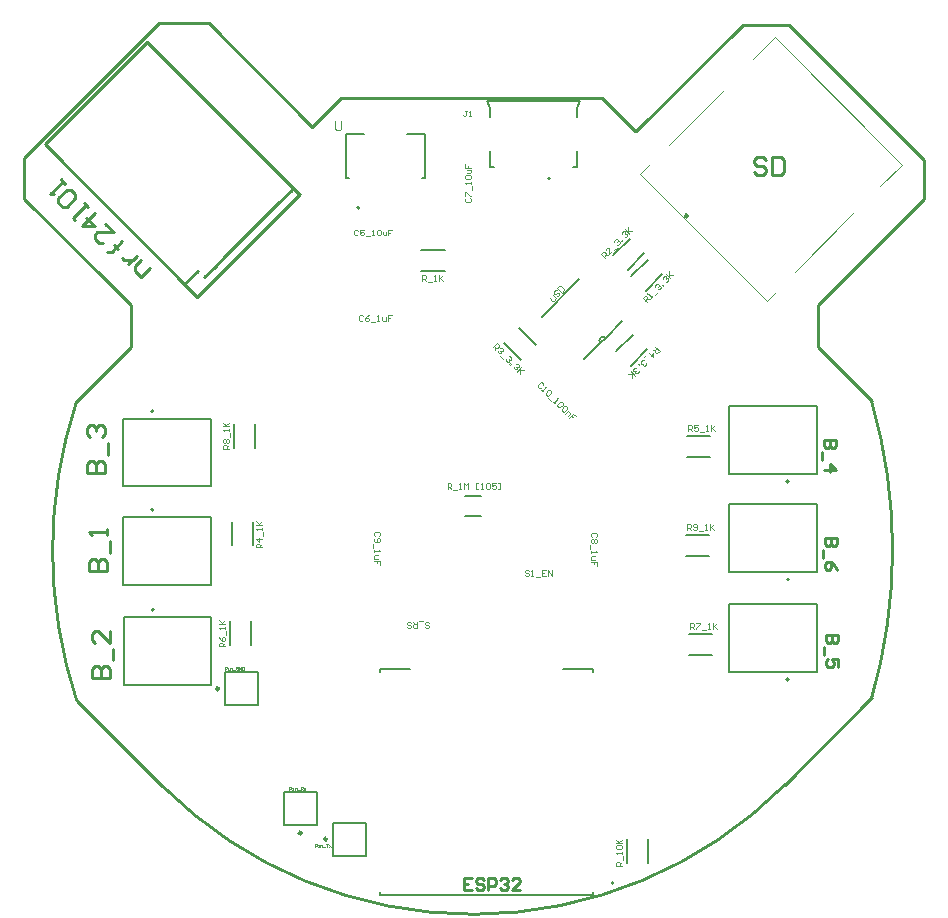
<source format=gbr>
%TF.GenerationSoftware,Altium Limited,Altium Designer,20.0.13 (296)*%
G04 Layer_Color=65535*
%FSLAX45Y45*%
%MOMM*%
%TF.FileFunction,Legend,Top*%
%TF.Part,Single*%
G01*
G75*
%TA.AperFunction,NonConductor*%
%ADD65C,0.20000*%
%ADD66C,0.12700*%
%ADD67C,0.10000*%
%ADD90C,0.25000*%
%ADD91C,0.15240*%
%ADD92C,0.25400*%
%ADD93C,0.02540*%
%ADD94C,0.12540*%
D65*
X13091000Y8770300D02*
G03*
X13091000Y8770300I-10000J0D01*
G01*
X13094080Y7940560D02*
G03*
X13094080Y7940560I-10000J0D01*
G01*
X13091000Y7093900D02*
G03*
X13091000Y7093900I-10000J0D01*
G01*
X7710740Y9365300D02*
G03*
X7710740Y9365300I-10000J0D01*
G01*
X7710200Y8529640D02*
G03*
X7710200Y8529640I-10000J0D01*
G01*
X7715280Y7683820D02*
G03*
X7715280Y7683820I-10000J0D01*
G01*
X11607405Y5371540D02*
G03*
X11607405Y5371540I-10000J0D01*
G01*
X11070260Y11335000D02*
G03*
X11070260Y11335000I-10000J0D01*
G01*
X9455860Y11086680D02*
G03*
X9455860Y11086680I-10000J0D01*
G01*
X8318200Y6875480D02*
X8598200D01*
X8598200Y6875480D02*
Y7155480D01*
X8318200D02*
X8598200D01*
X8318200Y6875480D02*
Y7155480D01*
X10540260Y11990000D02*
X10560260Y11936000D01*
X10540260Y11990000D02*
X11320260D01*
X10560260Y11435000D02*
X10595260D01*
X10560260D02*
Y11570000D01*
X11300260Y11936000D02*
X11320260Y11990000D01*
X11300260Y11860000D02*
Y11936000D01*
X11265260Y11435000D02*
X11300260D01*
Y11570000D01*
X10560260Y11860000D02*
Y11936000D01*
X8813500Y5859480D02*
X9093500D01*
X8813500Y5859480D02*
Y6139480D01*
X9093500D01*
X9093500Y5859480D02*
Y6139480D01*
X9234480Y5602280D02*
Y5882280D01*
X9234480Y5882280D02*
X9514480D01*
Y5602280D02*
Y5882280D01*
X9234480Y5602280D02*
X9514480D01*
D66*
X12586000Y8832800D02*
X13325999D01*
Y9407800D01*
X12586000D02*
X13325999D01*
X12586000Y8832800D02*
Y9407800D01*
X12589080Y8003060D02*
X13329080D01*
Y8578060D01*
X12589080D02*
X13329080D01*
X12589080Y8003060D02*
Y8578060D01*
X12586000Y7156400D02*
X13325999D01*
Y7731400D01*
X12586000D02*
X13325999D01*
X12586000Y7156400D02*
Y7731400D01*
X7455740Y9302800D02*
X8195740D01*
X7455740Y8727800D02*
Y9302800D01*
Y8727800D02*
X8195740D01*
Y9302800D01*
X7455200Y8467140D02*
X8195200D01*
X7455200Y7892140D02*
Y8467140D01*
Y7892140D02*
X8195200D01*
Y8467140D01*
X7460280Y7621320D02*
X8200280D01*
X7460280Y7046320D02*
Y7621320D01*
Y7046320D02*
X8200280D01*
Y7621320D01*
X11432405Y5265540D02*
Y5295540D01*
X9632405Y5265540D02*
X11432405D01*
X9632405D02*
Y5295540D01*
X11432405Y7155540D02*
Y7185540D01*
X11181405D02*
X11432405D01*
X9632405D02*
X9883405D01*
X9632405Y7155540D02*
Y7185540D01*
X9338860Y11337980D02*
Y11709980D01*
X10010860Y11337980D02*
Y11709980D01*
X9338860Y11337980D02*
X9364860D01*
X9985860D02*
X10010860D01*
X9861860Y11709980D02*
X10010860D01*
X9338860D02*
X9498860D01*
X10351400Y8644800D02*
X10485401Y8644800D01*
X10351400Y8474800D02*
X10485400Y8474800D01*
X11752422Y9746957D02*
X11893843Y9888378D01*
X11626557Y9872822D02*
X11767978Y10014243D01*
X10807542Y10067583D02*
X10948963Y9926162D01*
X10681677Y9941718D02*
X10823098Y9800297D01*
X11879422Y10381957D02*
X12020843Y10523378D01*
X11753557Y10507822D02*
X11894978Y10649243D01*
X11727022Y10559757D02*
X11868443Y10701178D01*
X11601157Y10685622D02*
X11742578Y10827043D01*
X8376820Y8428660D02*
X8376820Y8228660D01*
X8554820Y8428660D02*
X8554820Y8228660D01*
X8392060Y9056700D02*
Y9256700D01*
X8570060Y9056700D02*
Y9256700D01*
X8359040Y7585380D02*
X8359040Y7385380D01*
X8537040Y7585380D02*
X8537040Y7385380D01*
X12227100Y9156800D02*
X12427100D01*
X12227100Y8978800D02*
X12427100D01*
X12244400Y7480400D02*
X12444400Y7480400D01*
X12244400Y7302400D02*
X12444400Y7302400D01*
X12219000Y8318600D02*
X12419000D01*
X12219000Y8140600D02*
X12419000D01*
X9976660Y10551060D02*
X10176660D01*
X9976660Y10729060D02*
X10176660D01*
X11900000Y5538800D02*
Y5738800D01*
X11722000Y5538800D02*
Y5738800D01*
D67*
X12788912Y12344723D02*
X12974368Y12530178D01*
X13866013Y11267622D02*
X14051469Y11453080D01*
X12974368Y12530178D02*
X14051469Y11453080D01*
X13140715Y10546922D02*
X13635690Y11041896D01*
X12907372Y10299434D02*
X12985152Y10377216D01*
X11832568Y11374236D02*
X12907372Y10299434D01*
X12072984Y11614652D02*
X12539675Y12081343D01*
X11832568Y11374236D02*
X11917421Y11459089D01*
X10202039Y8704074D02*
Y8754057D01*
X10227031D01*
X10235362Y8745727D01*
Y8729065D01*
X10227031Y8720735D01*
X10202039D01*
X10218700D02*
X10235362Y8704074D01*
X10252023Y8695743D02*
X10285345D01*
X10302006Y8704074D02*
X10318667D01*
X10310337D01*
Y8754057D01*
X10302006Y8745727D01*
X10343660Y8704074D02*
Y8754057D01*
X10360321Y8737396D01*
X10376982Y8754057D01*
Y8704074D01*
X10460288D02*
X10443627D01*
Y8754057D01*
X10460288D01*
X10485280Y8704074D02*
X10501941D01*
X10493611D01*
Y8754057D01*
X10485280Y8745727D01*
X10526933D02*
X10535264Y8754057D01*
X10551925D01*
X10560256Y8745727D01*
Y8712404D01*
X10551925Y8704074D01*
X10535264D01*
X10526933Y8712404D01*
Y8745727D01*
X10610239Y8754057D02*
X10576917D01*
Y8729065D01*
X10593578Y8737396D01*
X10601909D01*
X10610239Y8729065D01*
Y8712404D01*
X10601909Y8704074D01*
X10585248D01*
X10576917Y8712404D01*
X10626901Y8704074D02*
X10643562D01*
Y8754057D01*
X10626901D01*
X9486007Y10173207D02*
X9477677Y10181537D01*
X9461016D01*
X9452685Y10173207D01*
Y10139884D01*
X9461016Y10131554D01*
X9477677D01*
X9486007Y10139884D01*
X9535991Y10181537D02*
X9519330Y10173207D01*
X9502669Y10156545D01*
Y10139884D01*
X9510999Y10131554D01*
X9527660D01*
X9535991Y10139884D01*
Y10148215D01*
X9527660Y10156545D01*
X9502669D01*
X9552652Y10123223D02*
X9585975D01*
X9602636Y10131554D02*
X9619297D01*
X9610967D01*
Y10181537D01*
X9602636Y10173207D01*
X9644289Y10164876D02*
Y10139884D01*
X9652620Y10131554D01*
X9677612D01*
Y10164876D01*
X9727595Y10181537D02*
X9694273D01*
Y10156545D01*
X9710934D01*
X9694273D01*
Y10131554D01*
X9443236Y10894567D02*
X9434905Y10902897D01*
X9418244D01*
X9409913Y10894567D01*
Y10861244D01*
X9418244Y10852914D01*
X9434905D01*
X9443236Y10861244D01*
X9493219Y10902897D02*
X9459897D01*
Y10877905D01*
X9476558Y10886236D01*
X9484889D01*
X9493219Y10877905D01*
Y10861244D01*
X9484889Y10852914D01*
X9468227D01*
X9459897Y10861244D01*
X9509880Y10844583D02*
X9543203D01*
X9559864Y10852914D02*
X9576525D01*
X9568195D01*
Y10902897D01*
X9559864Y10894567D01*
X9601517D02*
X9609848Y10902897D01*
X9626509D01*
X9634840Y10894567D01*
Y10861244D01*
X9626509Y10852914D01*
X9609848D01*
X9601517Y10861244D01*
Y10894567D01*
X9651501Y10886236D02*
Y10861244D01*
X9659832Y10852914D01*
X9684823D01*
Y10886236D01*
X9734807Y10902897D02*
X9701485D01*
Y10877905D01*
X9718146D01*
X9701485D01*
Y10852914D01*
X12231937Y8361174D02*
Y8411157D01*
X12256928D01*
X12265259Y8402827D01*
Y8386165D01*
X12256928Y8377835D01*
X12231937D01*
X12248598D02*
X12265259Y8361174D01*
X12281920Y8369504D02*
X12290251Y8361174D01*
X12306912D01*
X12315243Y8369504D01*
Y8402827D01*
X12306912Y8411157D01*
X12290251D01*
X12281920Y8402827D01*
Y8394496D01*
X12290251Y8386165D01*
X12315243D01*
X12331904Y8352843D02*
X12365226D01*
X12381888Y8361174D02*
X12398549D01*
X12390218D01*
Y8411157D01*
X12381888Y8402827D01*
X12423541Y8411157D02*
Y8361174D01*
Y8377835D01*
X12456863Y8411157D01*
X12431872Y8386165D01*
X12456863Y8361174D01*
X8349486Y9044237D02*
X8299503D01*
Y9069229D01*
X8307833Y9077559D01*
X8324494D01*
X8332825Y9069229D01*
Y9044237D01*
Y9060898D02*
X8349486Y9077559D01*
X8307833Y9094221D02*
X8299503Y9102551D01*
Y9119212D01*
X8307833Y9127543D01*
X8316164D01*
X8324494Y9119212D01*
X8332825Y9127543D01*
X8341156D01*
X8349486Y9119212D01*
Y9102551D01*
X8341156Y9094221D01*
X8332825D01*
X8324494Y9102551D01*
X8316164Y9094221D01*
X8307833D01*
X8324494Y9102551D02*
Y9119212D01*
X8357817Y9144204D02*
Y9177527D01*
X8349486Y9194188D02*
Y9210849D01*
Y9202519D01*
X8299503D01*
X8307833Y9194188D01*
X8299503Y9235841D02*
X8349486D01*
X8332825D01*
X8299503Y9269164D01*
X8324494Y9244172D01*
X8349486Y9269164D01*
X12257337Y7522974D02*
Y7572957D01*
X12282328D01*
X12290659Y7564627D01*
Y7547965D01*
X12282328Y7539635D01*
X12257337D01*
X12273998D02*
X12290659Y7522974D01*
X12307320Y7572957D02*
X12340643D01*
Y7564627D01*
X12307320Y7531304D01*
Y7522974D01*
X12357304Y7514643D02*
X12390626D01*
X12407288Y7522974D02*
X12423949D01*
X12415618D01*
Y7572957D01*
X12407288Y7564627D01*
X12448941Y7572957D02*
Y7522974D01*
Y7539635D01*
X12482263Y7572957D01*
X12457272Y7547965D01*
X12482263Y7522974D01*
X8316466Y7372917D02*
X8266482D01*
Y7397908D01*
X8274813Y7406239D01*
X8291474D01*
X8299805Y7397908D01*
Y7372917D01*
Y7389578D02*
X8316466Y7406239D01*
X8266482Y7456223D02*
X8274813Y7439561D01*
X8291474Y7422900D01*
X8308135D01*
X8316466Y7431231D01*
Y7447892D01*
X8308135Y7456223D01*
X8299805D01*
X8291474Y7447892D01*
Y7422900D01*
X8324796Y7472884D02*
Y7506206D01*
X8316466Y7522868D02*
Y7539529D01*
Y7531198D01*
X8266482D01*
X8274813Y7522868D01*
X8266482Y7564521D02*
X8316466D01*
X8299805D01*
X8266482Y7597843D01*
X8291474Y7572852D01*
X8316466Y7597843D01*
X12240037Y9199374D02*
Y9249357D01*
X12265029D01*
X12273359Y9241027D01*
Y9224365D01*
X12265029Y9216035D01*
X12240037D01*
X12256698D02*
X12273359Y9199374D01*
X12323343Y9249357D02*
X12290020D01*
Y9224365D01*
X12306682Y9232696D01*
X12315012D01*
X12323343Y9224365D01*
Y9207704D01*
X12315012Y9199374D01*
X12298351D01*
X12290020Y9207704D01*
X12340004Y9191043D02*
X12373327D01*
X12389988Y9199374D02*
X12406649D01*
X12398318D01*
Y9249357D01*
X12389988Y9241027D01*
X12431641Y9249357D02*
Y9199374D01*
Y9216035D01*
X12464963Y9249357D01*
X12439972Y9224365D01*
X12464963Y9199374D01*
X8633966Y8211117D02*
X8583983D01*
Y8236109D01*
X8592313Y8244439D01*
X8608974D01*
X8617305Y8236109D01*
Y8211117D01*
Y8227778D02*
X8633966Y8244439D01*
Y8286092D02*
X8583983D01*
X8608974Y8261101D01*
Y8294423D01*
X8642297Y8311084D02*
Y8344407D01*
X8633966Y8361068D02*
Y8377729D01*
Y8369399D01*
X8583983D01*
X8592313Y8361068D01*
X8583983Y8402721D02*
X8633966D01*
X8617305D01*
X8583983Y8436044D01*
X8608974Y8411052D01*
X8633966Y8436044D01*
X11961941Y9908594D02*
X11997285Y9873250D01*
X11979613Y9855578D01*
X11967832Y9855578D01*
X11956050Y9867359D01*
Y9879141D01*
X11973722Y9896813D01*
X11961941Y9885032D02*
X11938378Y9885031D01*
X11908925Y9855578D02*
X11944269Y9820234D01*
Y9855578D01*
X11920706Y9832016D01*
X11885363Y9843797D02*
X11861800Y9820234D01*
X11885363Y9773109D02*
X11885363Y9761328D01*
X11873581Y9749547D01*
X11861800Y9749547D01*
X11855909Y9755437D01*
Y9767219D01*
X11861800Y9773109D01*
X11855909Y9767219D01*
X11844128D01*
X11838237Y9773109D01*
Y9784891D01*
X11850019Y9796672D01*
X11861800D01*
X11820566Y9767219D02*
X11826456Y9761328D01*
X11820566Y9755437D01*
X11814675Y9761328D01*
X11820566Y9767219D01*
Y9708312D02*
X11820565Y9696531D01*
X11808784Y9684750D01*
X11797003D01*
X11791112Y9690640D01*
Y9702422D01*
X11797003Y9708312D01*
X11791112Y9702422D01*
X11779331D01*
X11773441Y9708312D01*
Y9720094D01*
X11785222Y9731875D01*
X11797003D01*
X11791112Y9667078D02*
X11755769Y9702422D01*
X11767550Y9690641D01*
Y9643515D01*
Y9678859D01*
X11732206D01*
X10584126Y9907081D02*
X10619470Y9942425D01*
X10637142Y9924753D01*
X10637142Y9912972D01*
X10625361Y9901190D01*
X10613579D01*
X10595908Y9918862D01*
X10607689Y9907081D02*
X10607689Y9883518D01*
X10648923Y9901190D02*
X10660705Y9901190D01*
X10672486Y9889409D01*
Y9877628D01*
X10666595Y9871737D01*
X10654814D01*
X10648923Y9877628D01*
X10654814Y9871737D01*
Y9859956D01*
X10648923Y9854065D01*
X10637142D01*
X10625361Y9865846D01*
Y9877628D01*
X10648923Y9830503D02*
X10672486Y9806940D01*
X10719611Y9830503D02*
X10731392Y9830503D01*
X10743173Y9818721D01*
X10743174Y9806940D01*
X10737283Y9801049D01*
X10725502D01*
X10719611Y9806940D01*
X10725502Y9801049D01*
Y9789268D01*
X10719611Y9783377D01*
X10707830D01*
X10696048Y9795159D01*
Y9806940D01*
X10725502Y9765706D02*
X10731392Y9771596D01*
X10737283Y9765706D01*
X10731392Y9759815D01*
X10725502Y9765706D01*
X10784408D02*
X10796189Y9765705D01*
X10807971Y9753924D01*
Y9742143D01*
X10802080Y9736252D01*
X10790298D01*
X10784408Y9742143D01*
X10790298Y9736252D01*
Y9724471D01*
X10784408Y9718581D01*
X10772627D01*
X10760845Y9730362D01*
Y9742143D01*
X10825642Y9736252D02*
X10790298Y9700909D01*
X10802080Y9712690D01*
X10849205D01*
X10813861D01*
Y9677346D01*
X11535876Y10662589D02*
X11500532Y10697933D01*
X11518205Y10715605D01*
X11529986Y10715605D01*
X11541767Y10703823D01*
Y10692042D01*
X11524095Y10674370D01*
X11535876Y10686151D02*
X11559439Y10686152D01*
X11594783Y10721495D02*
X11571220Y10697933D01*
Y10745058D01*
X11565329Y10750949D01*
X11553548D01*
X11541767Y10739167D01*
X11541767Y10727386D01*
X11612455D02*
X11636017Y10750949D01*
X11612454Y10798074D02*
X11612455Y10809855D01*
X11624236Y10821636D01*
X11636017Y10821636D01*
X11641908Y10815745D01*
Y10803964D01*
X11636017Y10798073D01*
X11641908Y10803964D01*
X11653689D01*
X11659580Y10798074D01*
Y10786292D01*
X11647798Y10774511D01*
X11636017D01*
X11677251Y10803964D02*
X11671361Y10809855D01*
X11677251Y10815745D01*
X11683142Y10809855D01*
X11677251Y10803964D01*
Y10862871D02*
X11677252Y10874652D01*
X11689033Y10886433D01*
X11700814D01*
X11706705Y10880543D01*
Y10868761D01*
X11700814Y10862871D01*
X11706705Y10868761D01*
X11718486D01*
X11724377Y10862871D01*
Y10851089D01*
X11712595Y10839308D01*
X11700814D01*
X11706705Y10904105D02*
X11742048Y10868761D01*
X11730267Y10880542D01*
Y10927668D01*
Y10892324D01*
X11765611D01*
X11888787Y10290168D02*
X11853443Y10325512D01*
X11871115Y10343184D01*
X11882896Y10343184D01*
X11894678Y10331403D01*
Y10319621D01*
X11877006Y10301950D01*
X11888787Y10313731D02*
X11912350Y10313731D01*
X11924131Y10325512D02*
X11935912Y10337293D01*
X11930022Y10331403D01*
X11894678Y10366747D01*
X11894678Y10354965D01*
X11959475Y10349075D02*
X11983038Y10372637D01*
X11959475Y10419762D02*
X11959475Y10431544D01*
X11971256Y10443325D01*
X11983037Y10443325D01*
X11988928Y10437434D01*
Y10425653D01*
X11983037Y10419762D01*
X11988928Y10425653D01*
X12000710D01*
X12006600Y10419762D01*
Y10407981D01*
X11994819Y10396200D01*
X11983037D01*
X12024272Y10425653D02*
X12018381Y10431544D01*
X12024272Y10437434D01*
X12030163Y10431544D01*
X12024272Y10425653D01*
Y10484559D02*
X12024272Y10496341D01*
X12036053Y10508122D01*
X12047834D01*
X12053725Y10502231D01*
Y10490450D01*
X12047834Y10484559D01*
X12053725Y10490450D01*
X12065506D01*
X12071397Y10484559D01*
Y10472778D01*
X12059616Y10460997D01*
X12047834D01*
X12053725Y10525794D02*
X12089069Y10490450D01*
X12077288Y10502231D01*
Y10549356D01*
Y10514012D01*
X12112631D01*
X11013833Y9585221D02*
X11013832Y9597002D01*
X11002051Y9608783D01*
X10990270Y9608783D01*
X10966708Y9585221D01*
Y9573439D01*
X10978489Y9561658D01*
X10990270D01*
X10996161Y9543986D02*
X11007942Y9532205D01*
X11002051Y9538095D01*
X11037395Y9573439D01*
X11025614Y9573439D01*
X11055067Y9543986D02*
X11066848D01*
X11078630Y9532205D01*
Y9520423D01*
X11055067Y9496861D01*
X11043286D01*
X11031504Y9508642D01*
Y9520423D01*
X11055067Y9543986D01*
X11055067Y9473298D02*
X11078630Y9449736D01*
X11096301Y9443845D02*
X11108083Y9432064D01*
X11102192Y9437954D01*
X11137536Y9473298D01*
X11125755Y9473299D01*
X11155208Y9443845D02*
X11166989Y9443845D01*
X11178770Y9432064D01*
Y9420283D01*
X11155208Y9396720D01*
X11143427D01*
X11131645Y9408501D01*
Y9420283D01*
X11155208Y9443845D01*
X11190552Y9408501D02*
X11202333D01*
X11214114Y9396720D01*
X11214114Y9384939D01*
X11190552Y9361376D01*
X11178770D01*
X11166989Y9373158D01*
Y9384939D01*
X11190552Y9408501D01*
X11196442Y9343704D02*
X11220005Y9367267D01*
X11237677Y9349595D01*
Y9337814D01*
X11220005Y9320142D01*
X11290692D02*
X11267130Y9343704D01*
X11249458Y9326033D01*
X11261239Y9314251D01*
X11249458Y9326033D01*
X11231786Y9308361D01*
X10008314Y7535673D02*
X10016645Y7527343D01*
X10033306D01*
X10041637Y7535673D01*
Y7544004D01*
X10033306Y7552335D01*
X10016645D01*
X10008314Y7560665D01*
Y7568996D01*
X10016645Y7577326D01*
X10033306D01*
X10041637Y7568996D01*
X9991653Y7585657D02*
X9958330D01*
X9941669Y7577326D02*
Y7527343D01*
X9916677D01*
X9908347Y7535673D01*
Y7552335D01*
X9916677Y7560665D01*
X9941669D01*
X9925008D02*
X9908347Y7577326D01*
X9858363Y7535673D02*
X9866694Y7527343D01*
X9883355D01*
X9891686Y7535673D01*
Y7544004D01*
X9883355Y7552335D01*
X9866694D01*
X9858363Y7560665D01*
Y7568996D01*
X9866694Y7577326D01*
X9883355D01*
X9891686Y7568996D01*
X10893659Y8009127D02*
X10885328Y8017457D01*
X10868667D01*
X10860337Y8009127D01*
Y8000796D01*
X10868667Y7992465D01*
X10885328D01*
X10893659Y7984135D01*
Y7975804D01*
X10885328Y7967474D01*
X10868667D01*
X10860337Y7975804D01*
X10910320Y7967474D02*
X10926981D01*
X10918651D01*
Y8017457D01*
X10910320Y8009127D01*
X10951974Y7959143D02*
X10985296D01*
X11035280Y8017457D02*
X11001957D01*
Y7967474D01*
X11035280D01*
X11001957Y7992465D02*
X11018618D01*
X11051941Y7967474D02*
Y8017457D01*
X11085263Y7967474D01*
Y8017457D01*
X11679426Y5513637D02*
X11629443D01*
Y5538629D01*
X11637773Y5546959D01*
X11654434D01*
X11662765Y5538629D01*
Y5513637D01*
Y5530298D02*
X11679426Y5546959D01*
X11687757Y5563621D02*
Y5596943D01*
X11679426Y5613604D02*
Y5630265D01*
Y5621935D01*
X11629443D01*
X11637773Y5613604D01*
Y5655257D02*
X11629443Y5663588D01*
Y5680249D01*
X11637773Y5688580D01*
X11671096D01*
X11679426Y5680249D01*
Y5663588D01*
X11671096Y5655257D01*
X11637773D01*
X11629443Y5705241D02*
X11679426D01*
X11662765D01*
X11629443Y5738564D01*
X11654434Y5713572D01*
X11679426Y5738564D01*
X9989189Y10466834D02*
Y10516817D01*
X10014180D01*
X10022511Y10508487D01*
Y10491825D01*
X10014180Y10483495D01*
X9989189D01*
X10005850D02*
X10022511Y10466834D01*
X10039172Y10458503D02*
X10072495D01*
X10089156Y10466834D02*
X10105817D01*
X10097487D01*
Y10516817D01*
X10089156Y10508487D01*
X10130809Y10516817D02*
Y10466834D01*
Y10483495D01*
X10164132Y10516817D01*
X10139140Y10491825D01*
X10164132Y10466834D01*
X9622027Y8308333D02*
X9630357Y8316663D01*
Y8333324D01*
X9622027Y8341655D01*
X9588704D01*
X9580374Y8333324D01*
Y8316663D01*
X9588704Y8308333D01*
Y8291672D02*
X9580374Y8283341D01*
Y8266680D01*
X9588704Y8258349D01*
X9622027D01*
X9630357Y8266680D01*
Y8283341D01*
X9622027Y8291672D01*
X9613696D01*
X9605365Y8283341D01*
Y8258349D01*
X9572043Y8241688D02*
Y8208365D01*
X9580374Y8191704D02*
Y8175043D01*
Y8183374D01*
X9630357D01*
X9622027Y8191704D01*
X9613696Y8150051D02*
X9588704D01*
X9580374Y8141720D01*
Y8116728D01*
X9613696D01*
X9630357Y8066745D02*
Y8100067D01*
X9605365D01*
Y8083406D01*
Y8100067D01*
X9580374D01*
X11455906Y8299812D02*
X11464237Y8308143D01*
Y8324804D01*
X11455906Y8333135D01*
X11422584D01*
X11414253Y8324804D01*
Y8308143D01*
X11422584Y8299812D01*
X11455906Y8283151D02*
X11464237Y8274821D01*
Y8258160D01*
X11455906Y8249829D01*
X11447576D01*
X11439245Y8258160D01*
X11430914Y8249829D01*
X11422584D01*
X11414253Y8258160D01*
Y8274821D01*
X11422584Y8283151D01*
X11430914D01*
X11439245Y8274821D01*
X11447576Y8283151D01*
X11455906D01*
X11439245Y8274821D02*
Y8258160D01*
X11405923Y8233168D02*
Y8199845D01*
X11414253Y8183184D02*
Y8166523D01*
Y8174853D01*
X11464237D01*
X11455906Y8183184D01*
X11447576Y8141531D02*
X11422584D01*
X11414253Y8133200D01*
Y8108208D01*
X11447576D01*
X11464237Y8058225D02*
Y8091547D01*
X11439245D01*
Y8074886D01*
Y8091547D01*
X11414253D01*
X10355073Y11169695D02*
X10346743Y11161365D01*
Y11144704D01*
X10355073Y11136373D01*
X10388396D01*
X10396726Y11144704D01*
Y11161365D01*
X10388396Y11169695D01*
X10346743Y11186357D02*
Y11219679D01*
X10355073D01*
X10388396Y11186357D01*
X10396726D01*
X10405057Y11236340D02*
Y11269663D01*
X10396726Y11286324D02*
Y11302985D01*
Y11294655D01*
X10346743D01*
X10355073Y11286324D01*
Y11327977D02*
X10346743Y11336308D01*
Y11352969D01*
X10355073Y11361300D01*
X10388396D01*
X10396726Y11352969D01*
Y11336308D01*
X10388396Y11327977D01*
X10355073D01*
X10363404Y11377961D02*
X10388396D01*
X10396726Y11386291D01*
Y11411283D01*
X10363404D01*
X10346743Y11461267D02*
Y11427944D01*
X10371735D01*
Y11444606D01*
Y11427944D01*
X10396726D01*
D90*
X8265700Y7015480D02*
G03*
X8265700Y7015480I-12500J0D01*
G01*
X8966000Y5794480D02*
G03*
X8966000Y5794480I-12500J0D01*
G01*
X9181980Y5742280D02*
G03*
X9181980Y5742280I-12500J0D01*
G01*
X12236858Y11017766D02*
G03*
X12236858Y11017766I-12500J0D01*
G01*
D91*
X11539718Y9986707D02*
G03*
X11496613Y9943602I-21553J-21553D01*
G01*
X11539718Y9986708D02*
X11678014Y10125003D01*
X11496612Y9943602D02*
X11539718Y9986708D01*
X11358317Y9805306D02*
X11496612Y9943602D01*
X10999106Y10164517D02*
X11318803Y10484214D01*
D92*
X7787758Y6191670D02*
G03*
X13059306Y6202690I2630265J2641284D01*
G01*
X13792215Y6934185D02*
G03*
X13792215Y9448785I-4356488J1257300D01*
G01*
X7061200Y9448800D02*
G03*
X7062430Y6913548I3840667J-1265763D01*
G01*
X6790227Y11624195D02*
X7656716Y12490684D01*
X6790227Y11624195D02*
X8081263Y10333159D01*
X8230335Y10589995D02*
X8320138Y10679798D01*
X8140518Y10500179D02*
X8230321Y10589981D01*
X7973499Y10440923D02*
X8086637Y10554060D01*
X8320138Y10679798D02*
X8409940Y10769600D01*
X8499742Y10859403D01*
X8589545Y10949205D01*
X8679348Y11039008D01*
X8769150Y11128810D01*
X7656716Y12490684D02*
X8947468Y11199931D01*
X7972741Y10440733D02*
X8085878Y10553870D01*
X8769150Y11128810D02*
X8882287Y11241947D01*
X8081263Y10333159D02*
X8948755Y11200652D01*
X13792204Y6934175D02*
X13792215Y6934185D01*
X13790791Y6934175D02*
X13792204D01*
X13059306Y6202690D02*
X13790791Y6934175D01*
X7061200Y9448800D02*
X7518400Y9906000D01*
X13335001D02*
X13792215Y9448785D01*
X13335001Y9906000D02*
Y10261600D01*
X7518400Y9906000D02*
Y10261600D01*
X7065225Y6912825D02*
X7787758Y6191670D01*
X7315180Y10464820D02*
X7518400Y10261600D01*
X6616700Y11163300D02*
X7315180Y10464820D01*
X6616700Y11163300D02*
Y11176000D01*
Y11506200D01*
X7759667Y12649167D01*
X7759700Y12649200D02*
X7772400D01*
X8178800D01*
X13093700Y12636500D02*
X14236700Y11493500D01*
Y11163300D02*
Y11493500D01*
X12700000Y12636500D02*
X13093700D01*
X13335001Y10261600D02*
X14236700Y11163300D01*
X11798300Y11734800D02*
X12700000Y12636500D01*
X11785600Y11734800D02*
X11798300D01*
X11506200Y12014200D02*
X11785600Y11734800D01*
X9296400Y12014200D02*
X11506200D01*
X9055100Y11772900D02*
X9296400Y12014200D01*
X8178800Y12649200D02*
X9055100Y11772900D01*
X10409821Y5410184D02*
X10342110D01*
Y5308617D01*
X10409821D01*
X10342110Y5359400D02*
X10375966D01*
X10511388Y5393256D02*
X10494461Y5410184D01*
X10460605D01*
X10443677Y5393256D01*
Y5376328D01*
X10460605Y5359400D01*
X10494461D01*
X10511388Y5342472D01*
Y5325544D01*
X10494461Y5308617D01*
X10460605D01*
X10443677Y5325544D01*
X10545244Y5308617D02*
Y5410184D01*
X10596028D01*
X10612956Y5393256D01*
Y5359400D01*
X10596028Y5342472D01*
X10545244D01*
X10646812Y5393256D02*
X10663739Y5410184D01*
X10697595D01*
X10714523Y5393256D01*
Y5376328D01*
X10697595Y5359400D01*
X10680667D01*
X10697595D01*
X10714523Y5342472D01*
Y5325544D01*
X10697595Y5308617D01*
X10663739D01*
X10646812Y5325544D01*
X10816090Y5308617D02*
X10748379D01*
X10816090Y5376328D01*
Y5393256D01*
X10799162Y5410184D01*
X10765307D01*
X10748379Y5393256D01*
X7680073Y10573415D02*
X7608254Y10501597D01*
X7554390Y10555461D01*
Y10591370D01*
X7608254Y10645234D01*
X7500526Y10609325D02*
X7572345Y10681144D01*
X7536435Y10645234D01*
X7500526D01*
X7464616D01*
X7446662Y10663189D01*
Y10806827D02*
X7356888Y10717053D01*
X7392798Y10752962D01*
X7410752Y10735008D01*
X7374843Y10770917D01*
X7392798Y10752962D01*
X7356888Y10717053D01*
X7320979Y10717053D01*
X7303024Y10950464D02*
X7374843Y10878646D01*
X7231205D01*
X7213250Y10860691D01*
Y10824781D01*
X7249160Y10788872D01*
X7285070D01*
X7213250Y11040238D02*
X7105522Y10932510D01*
X7213250D01*
X7141432Y11004329D01*
X7159386Y11094102D02*
X7123477Y11130011D01*
X7141432Y11112057D01*
X7033703Y11004329D01*
X7051658Y10986374D01*
X6979839Y11094102D02*
X6943930D01*
X6908020Y11130011D01*
Y11165921D01*
X6979839Y11237740D01*
X7015749D01*
X7051658Y11201830D01*
Y11165921D01*
X6979839Y11094102D01*
X6961885Y11291604D02*
X6925975Y11327513D01*
X6943930Y11309558D01*
X6836202Y11201830D01*
X6872111D01*
X13498389Y8288823D02*
X13396822D01*
Y8238039D01*
X13413748Y8221111D01*
X13430676D01*
X13447604Y8238039D01*
Y8288823D01*
Y8238039D01*
X13464532Y8221111D01*
X13481461D01*
X13498389Y8238039D01*
Y8288823D01*
X13379893Y8187255D02*
Y8119544D01*
X13498389Y8017977D02*
X13481461Y8051833D01*
X13447604Y8085688D01*
X13413748D01*
X13396822Y8068760D01*
Y8034905D01*
X13413748Y8017977D01*
X13430676D01*
X13447604Y8034905D01*
Y8085688D01*
X13506007Y7473483D02*
X13404440D01*
Y7422699D01*
X13421368Y7405771D01*
X13438297D01*
X13455225Y7422699D01*
Y7473483D01*
Y7422699D01*
X13472153Y7405771D01*
X13489079D01*
X13506007Y7422699D01*
Y7473483D01*
X13387514Y7371915D02*
Y7304204D01*
X13506007Y7202637D02*
Y7270348D01*
X13455225D01*
X13472153Y7236493D01*
Y7219565D01*
X13455225Y7202637D01*
X13421368D01*
X13404440Y7219565D01*
Y7253420D01*
X13421368Y7270348D01*
X13488228Y9121943D02*
X13386661D01*
Y9071159D01*
X13403587Y9054231D01*
X13420515D01*
X13437444Y9071159D01*
Y9121943D01*
Y9071159D01*
X13454372Y9054231D01*
X13471300D01*
X13488228Y9071159D01*
Y9121943D01*
X13369733Y9020375D02*
Y8952664D01*
X13386661Y8868025D02*
X13488228D01*
X13437444Y8918808D01*
Y8851097D01*
X7147589Y8839266D02*
X7299939D01*
Y8915441D01*
X7274548Y8940833D01*
X7249156D01*
X7223764Y8915441D01*
Y8839266D01*
Y8915441D01*
X7198372Y8940833D01*
X7172981D01*
X7147589Y8915441D01*
Y8839266D01*
X7325331Y8991617D02*
Y9093184D01*
X7172981Y9143967D02*
X7147589Y9169359D01*
Y9220143D01*
X7172981Y9245534D01*
X7198372D01*
X7223764Y9220143D01*
Y9194751D01*
Y9220143D01*
X7249156Y9245534D01*
X7274548D01*
X7299939Y9220143D01*
Y9169359D01*
X7274548Y9143967D01*
X7188229Y7101906D02*
X7340579D01*
Y7178081D01*
X7315188Y7203473D01*
X7289796D01*
X7264404Y7178081D01*
Y7101906D01*
Y7178081D01*
X7239012Y7203473D01*
X7213621D01*
X7188229Y7178081D01*
Y7101906D01*
X7365971Y7254257D02*
Y7355824D01*
X7340579Y7508174D02*
Y7406607D01*
X7239012Y7508174D01*
X7213621D01*
X7188229Y7482783D01*
Y7431999D01*
X7213621Y7406607D01*
X7167909Y8013758D02*
X7320259D01*
Y8089933D01*
X7294868Y8115325D01*
X7269476D01*
X7244084Y8089933D01*
Y8013758D01*
Y8089933D01*
X7218692Y8115325D01*
X7193301D01*
X7167909Y8089933D01*
Y8013758D01*
X7345651Y8166108D02*
Y8267676D01*
X7320259Y8318459D02*
Y8369243D01*
Y8343851D01*
X7167909D01*
X7193301Y8318459D01*
X12897377Y11488985D02*
X12871985Y11514377D01*
X12821201D01*
X12795810Y11488985D01*
Y11463593D01*
X12821201Y11438201D01*
X12871985D01*
X12897377Y11412810D01*
Y11387418D01*
X12871985Y11362026D01*
X12821201D01*
X12795810Y11387418D01*
X12948160Y11514377D02*
Y11362026D01*
X13024336D01*
X13049728Y11387418D01*
Y11488985D01*
X13024336Y11514377D01*
X12948160D01*
D93*
X8314717Y7177620D02*
Y7203012D01*
X8327413D01*
X8331645Y7198780D01*
Y7190316D01*
X8327413Y7186084D01*
X8314717D01*
X8340109Y7177620D02*
X8348573D01*
X8344340D01*
Y7194548D01*
X8340109D01*
X8361268Y7177620D02*
Y7194548D01*
X8373964D01*
X8378196Y7190316D01*
Y7177620D01*
X8386660Y7173388D02*
X8403588D01*
X8428980Y7198780D02*
X8424748Y7203012D01*
X8416284D01*
X8412052Y7198780D01*
Y7181852D01*
X8416284Y7177620D01*
X8424748D01*
X8428980Y7181852D01*
Y7190316D01*
X8420516D01*
X8437444Y7177620D02*
Y7203012D01*
X8454372Y7177620D01*
Y7203012D01*
X8462836D02*
Y7177620D01*
X8475532D01*
X8479764Y7181852D01*
Y7198780D01*
X8475532Y7203012D01*
X8462836D01*
X10366641Y11910332D02*
X10349979D01*
X10358310D01*
Y11868679D01*
X10349979Y11860348D01*
X10341649D01*
X10333318Y11868679D01*
X10383302Y11860348D02*
X10399963D01*
X10391633D01*
Y11910332D01*
X10383302Y11902001D01*
X11069639Y10319986D02*
X11088159Y10301466D01*
X11100506D01*
X11119027Y10319986D01*
X11094333Y10344680D01*
X11125200Y10387893D02*
X11112853D01*
X11100506Y10375547D01*
Y10363200D01*
X11106680Y10357027D01*
X11119027D01*
X11131373Y10369373D01*
X11143720D01*
X11149893Y10363200D01*
Y10350853D01*
X11137547Y10338506D01*
X11125200D01*
X11131373Y10406414D02*
X11168414Y10369373D01*
X11186934Y10387893D01*
Y10400240D01*
X11162240Y10424934D01*
X11149893D01*
X11131373Y10406414D01*
X9080353Y5676647D02*
Y5701639D01*
X9092849D01*
X9097014Y5697473D01*
Y5689143D01*
X9092849Y5684977D01*
X9080353D01*
X9105345Y5676647D02*
X9113675D01*
X9109510D01*
Y5693308D01*
X9105345D01*
X9126171Y5676647D02*
Y5693308D01*
X9138667D01*
X9142832Y5689143D01*
Y5676647D01*
X9151163Y5672481D02*
X9167824D01*
X9176155Y5701639D02*
X9192816D01*
X9184485D01*
Y5676647D01*
X9201146Y5693308D02*
X9217808Y5676647D01*
X9209477Y5684977D01*
X9217808Y5693308D01*
X9201146Y5676647D01*
X8861913Y6161787D02*
Y6186779D01*
X8874409D01*
X8878574Y6182613D01*
Y6174283D01*
X8874409Y6170117D01*
X8861913D01*
X8886905Y6161787D02*
X8895235D01*
X8891070D01*
Y6178448D01*
X8886905D01*
X8907731Y6161787D02*
Y6178448D01*
X8920227D01*
X8924392Y6174283D01*
Y6161787D01*
X8932723Y6157621D02*
X8949384D01*
X8957715Y6161787D02*
Y6186779D01*
X8970211D01*
X8974376Y6182613D01*
Y6174283D01*
X8970211Y6170117D01*
X8957715D01*
X8966045D02*
X8974376Y6161787D01*
X8982706Y6178448D02*
X8999368Y6161787D01*
X8991037Y6170117D01*
X8999368Y6178448D01*
X8982706Y6161787D01*
D94*
X9249422Y11823047D02*
Y11756402D01*
X9262751Y11743073D01*
X9289409D01*
X9302738Y11756402D01*
Y11823047D01*
%TF.MD5,5b95179a8689939b865d8669a1eb83cc*%
M02*

</source>
